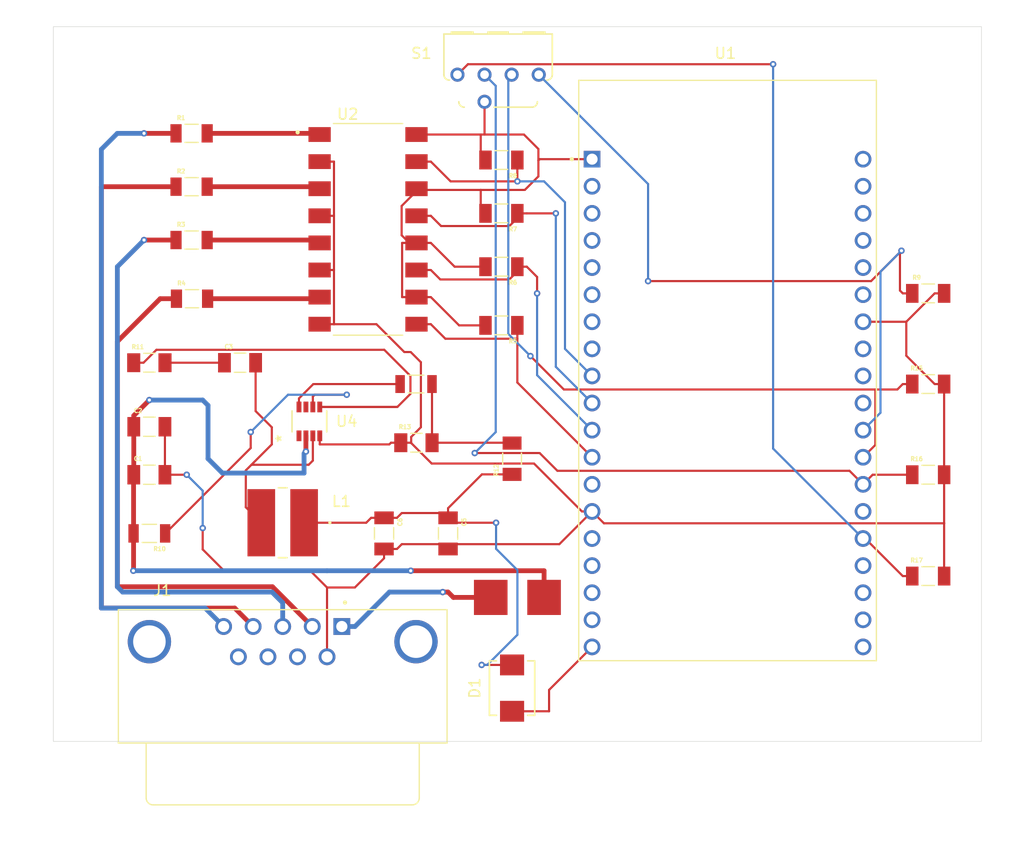
<source format=kicad_pcb>
(kicad_pcb (version 20241229) (generator "pcbnew") (generator_version "9.0")
  (layers (0 "F.Cu" signal) (2 "B.Cu" signal) (13 "F.Paste" user) (15 "B.Paste" user) (5 "F.SilkS" user "F.Silkscreen") (7 "B.SilkS" user "B.Silkscreen") (1 "F.Mask" user) (3 "B.Mask" user) (25 "Edge.Cuts" user))
  (net 0 "")
  (net 1 "+24V")
  (net 2 "GND")
  (net 3 "Net-(U4-SW)")
  (net 4 "Net-(C5-Pad1)")
  (net 5 "+5V")
  (net 11 "Net-(R1-Pad2)")
  (net 12 "Net-(R2-Pad2)")
  (net 13 "Net-(R3-Pad2)")
  (net 14 "Net-(R4-Pad2)")
  (net 15 "+3.3V")
  (net 16 "Net-(U1-IO14)")
  (net 17 "Net-(U1-IO27)")
  (net 18 "Net-(U1-IO26)")
  (net 19 "Net-(U1-IO25)")
  (net 20 "Net-(U1-IO17)")
  (net 21 "Net-(U4-EN)")
  (net 22 "Net-(R12-Pad2)")
  (net 23 "Net-(U4-FB)")
  (net 24 "Net-(U1-IO16)")
  (net 25 "Net-(U1-IO4)")
  (net 26 "Net-(U1-IO2)")
  (net 55 "Net-(C3-Pad1)")
  (footprint "" (layer "F.Cu") (at 113.5748 70.6477 -90)
    (property "Reference" "" (at 0 0 90) (layer "F.SilkS") (effects (font (size 1.27 1.27))))
    (property "Value" "")
    (pad "1" smd rect (at 0.3523 1.5748 180) (size 3.1496 3.2954) (layers "F.Cu" "F.Mask" "F.Paste") (net 1 "+24V"))
  )
  (footprint "CR1206_FX_1002ELF:RESC3216X75N" (layer "F.Cu") (at 108 45.5 180)
    (property "Reference" "R5" (at -1.08 -1.48 0) (layer "F.SilkS") (effects (font (size 0.393701 0.393701))))
    (property "Value" "CR1206-FX-1002ELF")
    (pad "1" smd rect (at -1.494 0 180) (size 1.17 1.77) (layers "F.Cu" "F.Mask" "F.Paste") (net 16 "Net-(U1-IO14)"))
    (pad "2" smd rect (at 1.494 0 180) (size 1.17 1.77) (layers "F.Cu" "F.Mask" "F.Paste") (net 15 "+3.3V"))
  )
  (footprint "RMCF1206FT10R0:RESC3216X70N" (layer "F.Cu") (at 75 49)
    (property "Reference" "R11" (at -1.08 -1.48 0) (layer "F.SilkS") (effects (font (size 0.393701 0.393701))))
    (property "Value" "RMCF1206FT10R0")
    (pad "1" smd rect (at -1.466 0) (size 1.23 1.77) (layers "F.Cu" "F.Mask" "F.Paste") (net 5 "+5V"))
    (pad "2" smd rect (at 1.466 0) (size 1.23 1.77) (layers "F.Cu" "F.Mask" "F.Paste") (net 55 "Net-(C3-Pad1)"))
  )
  (footprint "DRR3016:DRR3010" (layer "F.Cu") (at 107.69 22 180)
    (property "Reference" "S1" (at 7.19 2 0) (layer "F.SilkS") (effects (font (size 1.001157 1.001157))))
    (property "Value" "DRR3016")
    (pad "1" thru_hole circle (at 3.81 0 180) (size 1.3208 1.3208) (drill 0.8128) (layers "*.Cu" "*.Mask") (net 26 "Net-(U1-IO2)"))
    (pad "2" thru_hole circle (at 1.27 0 180) (size 1.3208 1.3208) (drill 0.8128) (layers "*.Cu" "*.Mask") (net 25 "Net-(U1-IO4)"))
    (pad "4" thru_hole circle (at -1.27 0 180) (size 1.3208 1.3208) (drill 0.8128) (layers "*.Cu" "*.Mask") (net 24 "Net-(U1-IO16)"))
    (pad "8" thru_hole circle (at -3.81 0 180) (size 1.3208 1.3208) (drill 0.8128) (layers "*.Cu" "*.Mask") (net 20 "Net-(U1-IO17)"))
    (pad "C" thru_hole circle (at 1.27 -2.54 180) (size 1.3208 1.3208) (drill 0.8128) (layers "*.Cu" "*.Mask") (net 15 "+3.3V"))
  )
  (footprint "" (layer "F.Cu") (at 108.5748 70.6477 -90)
    (property "Reference" "" (at 0 0 90) (layer "F.SilkS") (effects (font (size 1.27 1.27))))
    (property "Value" "")
    (pad "1" smd rect (at 0.3523 1.5748 180) (size 3.1496 3.2954) (layers "F.Cu" "F.Mask" "F.Paste") (net 1 "+24V"))
  )
  (footprint "RMCF1206FT7K50:RESC3216X70N" (layer "F.Cu") (at 100.034 56.5)
    (property "Reference" "R13" (at -1.08 -1.48 0) (layer "F.SilkS") (effects (font (size 0.393701 0.393701))))
    (property "Value" "RMCF1206FT7K50")
    (pad "1" smd rect (at -1.466 0) (size 1.23 1.77) (layers "F.Cu" "F.Mask" "F.Paste") (net 2 "GND"))
    (pad "2" smd rect (at 1.466 0) (size 1.23 1.77) (layers "F.Cu" "F.Mask" "F.Paste") (net 22 "Net-(R12-Pad2)"))
  )
  (footprint "CR1206_FX_1002ELF:RESC3216X75N" (layer "F.Cu") (at 148.006 42.5)
    (property "Reference" "R9" (at -1.08 -1.48 0) (layer "F.SilkS") (effects (font (size 0.393701 0.393701))))
    (property "Value" "CR1206-FX-1002ELF")
    (pad "1" smd rect (at -1.494 0) (size 1.17 1.77) (layers "F.Cu" "F.Mask" "F.Paste") (net 20 "Net-(U1-IO17)"))
    (pad "2" smd rect (at 1.494 0) (size 1.17 1.77) (layers "F.Cu" "F.Mask" "F.Paste") (net 2 "GND"))
  )
  (footprint "CL31B106KAHNNNE:CAPC3216X180N" (layer "F.Cu") (at 75 55)
    (property "Reference" "C2" (at -1.06 -1.5 0) (layer "F.SilkS") (effects (font (size 0.393701 0.393701))))
    (property "Value" "CL31B106KAHNNNE")
    (pad "1" smd rect (at -1.46 0) (size 1.2 1.82) (layers "F.Cu" "F.Mask" "F.Paste") (net 1 "+24V"))
    (pad "2" smd rect (at 1.46 0) (size 1.2 1.82) (layers "F.Cu" "F.Mask" "F.Paste") (net 2 "GND"))
  )
  (footprint "RMCF1206FT40K2:RESC3216X70N" (layer "F.Cu") (at 109 58 90)
    (property "Reference" "R12" (at -1.08 -1.48 90) (layer "F.SilkS") (effects (font (size 0.393701 0.393701))))
    (property "Value" "RMCF1206FT40K2")
    (pad "1" smd rect (at -1.466 0 90) (size 1.23 1.77) (layers "F.Cu" "F.Mask" "F.Paste") (net 4 "Net-(C5-Pad1)"))
    (pad "2" smd rect (at 1.466 0 90) (size 1.23 1.77) (layers "F.Cu" "F.Mask" "F.Paste") (net 22 "Net-(R12-Pad2)"))
  )
  (footprint "CR1206_FX_1002ELF:RESC3216X75N" (layer "F.Cu") (at 148.006 69)
    (property "Reference" "R17" (at -1.08 -1.48 0) (layer "F.SilkS") (effects (font (size 0.393701 0.393701))))
    (property "Value" "CR1206-FX-1002ELF")
    (pad "1" smd rect (at -1.494 0) (size 1.17 1.77) (layers "F.Cu" "F.Mask" "F.Paste") (net 26 "Net-(U1-IO2)"))
    (pad "2" smd rect (at 1.494 0) (size 1.17 1.77) (layers "F.Cu" "F.Mask" "F.Paste") (net 2 "GND"))
  )
  (footprint "CL31B106KAHNNNE:CAPC3216X180N" (layer "F.Cu") (at 83.5 49)
    (property "Reference" "C3" (at -1.06 -1.5 0) (layer "F.SilkS") (effects (font (size 0.393701 0.393701))))
    (property "Value" "CL31B106KAHNNNE")
    (pad "1" smd rect (at -1.46 0) (size 1.2 1.82) (layers "F.Cu" "F.Mask" "F.Paste") (net 55 "Net-(C3-Pad1)"))
    (pad "2" smd rect (at 1.46 0) (size 1.2 1.82) (layers "F.Cu" "F.Mask" "F.Paste") (net 3 "Net-(U4-SW)"))
  )
  (footprint "ul_HPC6045NC-4R7M:IND_HPC6045NC_TTA" (layer "F.Cu") (at 87.5 64 180)
    (property "Reference" "L1" (at -5.5 2 0) (layer "F.SilkS"))
    (property "Value" "HPC6045NC-4R7M")
    (pad "1" smd rect (at -2.0066 0 270) (size 6.2992 2.5908) (layers "F.Cu" "F.Mask" "F.Paste") (net 4 "Net-(C5-Pad1)"))
    (pad "2" smd rect (at 2.0066 0 270) (size 6.2992 2.5908) (layers "F.Cu" "F.Mask" "F.Paste") (net 3 "Net-(U4-SW)"))
  )
  (footprint "CL31A226KAHNNNE:CAPC3216X180N" (layer "F.Cu") (at 75 59.5)
    (property "Reference" "C1" (at -1.06 -1.5 0) (layer "F.SilkS") (effects (font (size 0.393701 0.393701))))
    (property "Value" "CL31A226KAHNNNE")
    (pad "1" smd rect (at -1.46 0) (size 1.2 1.82) (layers "F.Cu" "F.Mask" "F.Paste") (net 1 "+24V"))
    (pad "2" smd rect (at 1.46 0) (size 1.2 1.82) (layers "F.Cu" "F.Mask" "F.Paste") (net 2 "GND"))
  )
  (footprint "CRGCQ1206F2K2:RESC3115X65N" (layer "F.Cu") (at 78.96 32.5)
    (property "Reference" "R2" (at -0.99 -1.45 0) (layer "F.SilkS") (effects (font (size 0.393701 0.393701))))
    (property "Value" "CRGCQ1206F2K2")
    (pad "1" smd rect (at -1.46 0) (size 1.05 1.72) (layers "F.Cu" "F.Mask" "F.Paste") (net 1 "+24V"))
    (pad "2" smd rect (at 1.46 0) (size 1.05 1.72) (layers "F.Cu" "F.Mask" "F.Paste") (net 12 "Net-(R2-Pad2)"))
  )
  (footprint "CR1206_FX_1002ELF:RESC3216X75N" (layer "F.Cu") (at 108 35 180)
    (property "Reference" "R7" (at -1.08 -1.48 0) (layer "F.SilkS") (effects (font (size 0.393701 0.393701))))
    (property "Value" "CR1206-FX-1002ELF")
    (pad "1" smd rect (at -1.494 0 180) (size 1.17 1.77) (layers "F.Cu" "F.Mask" "F.Paste") (net 18 "Net-(U1-IO26)"))
    (pad "2" smd rect (at 1.494 0 180) (size 1.17 1.77) (layers "F.Cu" "F.Mask" "F.Paste") (net 15 "+3.3V"))
  )
  (footprint "A_DF_09_A_KG_T4S:ASSMANN_A-DF_09_A_KG-T4S" (layer "F.Cu") (at 93.04 73.7275)
    (property "Reference" "J1" (at -16.825 -3.385 0) (layer "F.SilkS"))
    (property "Value" "A-DF_09_A_KG-T4S")
    (pad "1" thru_hole rect (at 0 0) (size 1.575 1.575) (drill 1.05) (layers "*.Cu" "*.Mask") (net 1 "+24V"))
    (pad "2" thru_hole circle (at -2.77 0) (size 1.575 1.575) (drill 1.05) (layers "*.Cu" "*.Mask") (net 1 "+24V"))
    (pad "3" thru_hole circle (at -5.54 0) (size 1.575 1.575) (drill 1.05) (layers "*.Cu" "*.Mask") (net 1 "+24V"))
    (pad "4" thru_hole circle (at -8.31 0) (size 1.575 1.575) (drill 1.05) (layers "*.Cu" "*.Mask") (net 1 "+24V"))
    (pad "5" thru_hole circle (at -11.08 0) (size 1.575 1.575) (drill 1.05) (layers "*.Cu" "*.Mask") (net 1 "+24V"))
    (pad "6" thru_hole circle (at -1.385 2.84) (size 1.575 1.575) (drill 1.05) (layers "*.Cu" "*.Mask") (net 2 "GND"))
    (pad "7" thru_hole circle (at -4.155 2.84) (size 1.575 1.575) (drill 1.05) (layers "*.Cu" "*.Mask"))
    (pad "8" thru_hole circle (at -6.925 2.84) (size 1.575 1.575) (drill 1.05) (layers "*.Cu" "*.Mask"))
    (pad "9" thru_hole circle (at -9.695 2.84) (size 1.575 1.575) (drill 1.05) (layers "*.Cu" "*.Mask"))
    (pad "S1" thru_hole circle (at -18.035 1.42) (size 4.066 4.066) (drill 3.05) (layers "*.Cu" "*.Mask"))
    (pad "S2" thru_hole circle (at 6.955 1.42) (size 4.066 4.066) (drill 3.05) (layers "*.Cu" "*.Mask"))
  )
  (footprint "CRGCQ1206F2K2:RESC3115X65N" (layer "F.Cu") (at 78.96 27.5)
    (property "Reference" "R1" (at -0.99 -1.45 0) (layer "F.SilkS") (effects (font (size 0.393701 0.393701) (thickness 0.098425))))
    (property "Value" "CRGCQ1206F2K2")
    (pad "1" smd rect (at -1.46 0) (size 1.05 1.72) (layers "F.Cu" "F.Mask" "F.Paste") (net 1 "+24V"))
    (pad "2" smd rect (at 1.46 0) (size 1.05 1.72) (layers "F.Cu" "F.Mask" "F.Paste") (net 11 "Net-(R1-Pad2)"))
  )
  (footprint "MP2315SGJ_Z:TSOT23-8_MP2315S_MNP" (layer "F.Cu") (at 90 54.5 90)
    (property "Reference" "U4" (at 0 3.5 0) (layer "F.SilkS"))
    (property "Value" "MP2315SGJ-Z")
    (fp_text user "*" (at -1.60655 -2.5752 90) (layer "F.SilkS"))
    (fp_text user "*" (at -1.60655 -2.5752 90) (layer "F.SilkS"))
    (pad "1" smd rect (at -1.35255 -0.974999 90) (size 1.0033 0.4572) (layers "F.Cu" "F.Mask" "F.Paste"))
    (pad "2" smd rect (at -1.35255 -0.325001 90) (size 1.0033 0.4572) (layers "F.Cu" "F.Mask" "F.Paste") (net 1 "+24V"))
    (pad "3" smd rect (at -1.35255 0.325001 90) (size 1.0033 0.4572) (layers "F.Cu" "F.Mask" "F.Paste") (net 3 "Net-(U4-SW)"))
    (pad "4" smd rect (at -1.35255 0.974999 90) (size 1.0033 0.4572) (layers "F.Cu" "F.Mask" "F.Paste") (net 2 "GND"))
    (pad "5" smd rect (at 1.35255 0.974999 90) (size 1.0033 0.4572) (layers "F.Cu" "F.Mask" "F.Paste") (net 5 "+5V"))
    (pad "6" smd rect (at 1.35255 0.325001 90) (size 1.0033 0.4572) (layers "F.Cu" "F.Mask" "F.Paste") (net 21 "Net-(U4-EN)"))
    (pad "7" smd rect (at 1.35255 -0.325001 90) (size 1.0033 0.4572) (layers "F.Cu" "F.Mask" "F.Paste"))
    (pad "8" smd rect (at 1.35255 -0.974999 90) (size 1.0033 0.4572) (layers "F.Cu" "F.Mask" "F.Paste") (net 23 "Net-(U4-FB)"))
  )
  (footprint "CRGCQ1206F2K2:RESC3115X65N" (layer "F.Cu") (at 78.96 37.5)
    (property "Reference" "R3" (at -0.99 -1.45 0) (layer "F.SilkS") (effects (font (size 0.393701 0.393701))))
    (property "Value" "CRGCQ1206F2K2")
    (pad "1" smd rect (at -1.46 0) (size 1.05 1.72) (layers "F.Cu" "F.Mask" "F.Paste") (net 1 "+24V"))
    (pad "2" smd rect (at 1.46 0) (size 1.05 1.72) (layers "F.Cu" "F.Mask" "F.Paste") (net 13 "Net-(R3-Pad2)"))
  )
  (footprint "CL31A226KAHNNNE:CAPC3216X180N" (layer "F.Cu") (at 97 65 -90)
    (property "Reference" "C6" (at -1.06 -1.5 90) (layer "F.SilkS") (effects (font (size 0.393701 0.393701))))
    (property "Value" "CL31A226KAHNNNE")
    (pad "1" smd rect (at -1.46 0 270) (size 1.2 1.82) (layers "F.Cu" "F.Mask" "F.Paste") (net 4 "Net-(C5-Pad1)"))
    (pad "2" smd rect (at 1.46 0 270) (size 1.2 1.82) (layers "F.Cu" "F.Mask" "F.Paste") (net 2 "GND"))
  )
  (footprint "CL31A226KAHNNNE:CAPC3216X180N" (layer "F.Cu") (at 103 65 -90)
    (property "Reference" "C5" (at -1.06 -1.5 90) (layer "F.SilkS") (effects (font (size 0.393701 0.393701))))
    (property "Value" "CL31A226KAHNNNE")
    (pad "1" smd rect (at -1.46 0 270) (size 1.2 1.82) (layers "F.Cu" "F.Mask" "F.Paste") (net 4 "Net-(C5-Pad1)"))
    (pad "2" smd rect (at 1.46 0 270) (size 1.2 1.82) (layers "F.Cu" "F.Mask" "F.Paste") (net 2 "GND"))
  )
  (footprint "RC1206FR_07499KL:RESC3116X65N" (layer "F.Cu") (at 75 65 180)
    (property "Reference" "R10" (at -0.96 -1.45 0) (layer "F.SilkS") (effects (font (size 0.393701 0.393701))))
    (property "Value" "RC1206FR-07499KL")
    (pad "1" smd rect (at -1.48 0 180) (size 0.97 1.73) (layers "F.Cu" "F.Mask" "F.Paste") (net 21 "Net-(U4-EN)"))
    (pad "2" smd rect (at 1.48 0 180) (size 0.97 1.73) (layers "F.Cu" "F.Mask" "F.Paste") (net 1 "+24V"))
  )
  (footprint "ESP32-DEVKITC-32D:MODULE_ESP32-DEVKITC-32D" (layer "F.Cu") (at 129.2 49.68)
    (property "Reference" "U1" (at -0.2 -29.68 0) (layer "F.SilkS") (effects (font (size 1.000386 1.000386))))
    (property "Value" "ESP32-DEVKITC-32D")
    (pad "J2-1" thru_hole rect (at -12.7 -19.76) (size 1.56 1.56) (drill 1.04) (layers "*.Cu" "*.Mask") (net 15 "+3.3V"))
    (pad "J2-2" thru_hole circle (at -12.7 -17.22) (size 1.56 1.56) (drill 1.04) (layers "*.Cu" "*.Mask"))
    (pad "J2-3" thru_hole circle (at -12.7 -14.68) (size 1.56 1.56) (drill 1.04) (layers "*.Cu" "*.Mask"))
    (pad "J2-4" thru_hole circle (at -12.7 -12.14) (size 1.56 1.56) (drill 1.04) (layers "*.Cu" "*.Mask"))
    (pad "J2-5" thru_hole circle (at -12.7 -9.6) (size 1.56 1.56) (drill 1.04) (layers "*.Cu" "*.Mask"))
    (pad "J2-6" thru_hole circle (at -12.7 -7.06) (size 1.56 1.56) (drill 1.04) (layers "*.Cu" "*.Mask"))
    (pad "J2-7" thru_hole circle (at -12.7 -4.52) (size 1.56 1.56) (drill 1.04) (layers "*.Cu" "*.Mask"))
    (pad "J2-8" thru_hole circle (at -12.7 -1.98) (size 1.56 1.56) (drill 1.04) (layers "*.Cu" "*.Mask"))
    (pad "J2-9" thru_hole circle (at -12.7 0.56) (size 1.56 1.56) (drill 1.04) (layers "*.Cu" "*.Mask") (net 19 "Net-(U1-IO25)"))
    (pad "J2-10" thru_hole circle (at -12.7 3.1) (size 1.56 1.56) (drill 1.04) (layers "*.Cu" "*.Mask") (net 18 "Net-(U1-IO26)"))
    (pad "J2-11" thru_hole circle (at -12.7 5.64) (size 1.56 1.56) (drill 1.04) (layers "*.Cu" "*.Mask") (net 17 "Net-(U1-IO27)"))
    (pad "J2-12" thru_hole circle (at -12.7 8.18) (size 1.56 1.56) (drill 1.04) (layers "*.Cu" "*.Mask") (net 16 "Net-(U1-IO14)"))
    (pad "J2-13" thru_hole circle (at -12.7 10.72) (size 1.56 1.56) (drill 1.04) (layers "*.Cu" "*.Mask"))
    (pad "J2-14" thru_hole circle (at -12.7 13.26) (size 1.56 1.56) (drill 1.04) (layers "*.Cu" "*.Mask") (net 2 "GND"))
    (pad "J2-15" thru_hole circle (at -12.7 15.8) (size 1.56 1.56) (drill 1.04) (layers "*.Cu" "*.Mask"))
    (pad "J2-16" thru_hole circle (at -12.7 18.34) (size 1.56 1.56) (drill 1.04) (layers "*.Cu" "*.Mask"))
    (pad "J2-17" thru_hole circle (at -12.7 20.88) (size 1.56 1.56) (drill 1.04) (layers "*.Cu" "*.Mask"))
    (pad "J2-18" thru_hole circle (at -12.7 23.42) (size 1.56 1.56) (drill 1.04) (layers "*.Cu" "*.Mask"))
    (pad "J2-19" thru_hole circle (at -12.7 25.96) (size 1.56 1.56) (drill 1.04) (layers "*.Cu" "*.Mask") (net 5 "+5V"))
    (pad "J3-1" thru_hole circle (at 12.7 -19.76) (size 1.56 1.56) (drill 1.04) (layers "*.Cu" "*.Mask"))
    (pad "J3-2" thru_hole circle (at 12.7 -17.22) (size 1.56 1.56) (drill 1.04) (layers "*.Cu" "*.Mask"))
    (pad "J3-3" thru_hole circle (at 12.7 -14.68) (size 1.56 1.56) (drill 1.04) (layers "*.Cu" "*.Mask"))
    (pad "J3-4" thru_hole circle (at 12.7 -12.14) (size 1.56 1.56) (drill 1.04) (layers "*.Cu" "*.Mask"))
    (pad "J3-5" thru_hole circle (at 12.7 -9.6) (size 1.56 1.56) (drill 1.04) (layers "*.Cu" "*.Mask"))
    (pad "J3-6" thru_hole circle (at 12.7 -7.06) (size 1.56 1.56) (drill 1.04) (layers "*.Cu" "*.Mask"))
    (pad "J3-7" thru_hole circle (at 12.7 -4.52) (size 1.56 1.56) (drill 1.04) (layers "*.Cu" "*.Mask") (net 2 "GND"))
    (pad "J3-8" thru_hole circle (at 12.7 -1.98) (size 1.56 1.56) (drill 1.04) (layers "*.Cu" "*.Mask"))
    (pad "J3-9" thru_hole circle (at 12.7 0.56) (size 1.56 1.56) (drill 1.04) (layers "*.Cu" "*.Mask"))
    (pad "J3-10" thru_hole circle (at 12.7 3.1) (size 1.56 1.56) (drill 1.04) (layers "*.Cu" "*.Mask"))
    (pad "J3-11" thru_hole circle (at 12.7 5.64) (size 1.56 1.56) (drill 1.04) (layers "*.Cu" "*.Mask") (net 20 "Net-(U1-IO17)"))
    (pad "J3-12" thru_hole circle (at 12.7 8.18) (size 1.56 1.56) (drill 1.04) (layers "*.Cu" "*.Mask") (net 24 "Net-(U1-IO16)"))
    (pad "J3-13" thru_hole circle (at 12.7 10.72) (size 1.56 1.56) (drill 1.04) (layers "*.Cu" "*.Mask") (net 25 "Net-(U1-IO4)"))
    (pad "J3-14" thru_hole circle (at 12.7 13.26) (size 1.56 1.56) (drill 1.04) (layers "*.Cu" "*.Mask"))
    (pad "J3-15" thru_hole circle (at 12.7 15.8) (size 1.56 1.56) (drill 1.04) (layers "*.Cu" "*.Mask") (net 26 "Net-(U1-IO2)"))
    (pad "J3-16" thru_hole circle (at 12.7 18.34) (size 1.56 1.56) (drill 1.04) (layers "*.Cu" "*.Mask"))
    (pad "J3-17" thru_hole circle (at 12.7 20.88) (size 1.56 1.56) (drill 1.04) (layers "*.Cu" "*.Mask"))
    (pad "J3-18" thru_hole circle (at 12.7 23.42) (size 1.56 1.56) (drill 1.04) (layers "*.Cu" "*.Mask"))
    (pad "J3-19" thru_hole circle (at 12.7 25.96) (size 1.56 1.56) (drill 1.04) (layers "*.Cu" "*.Mask"))
  )
  (footprint "CR1206_FX_1002ELF:RESC3216X75N" (layer "F.Cu") (at 148.006 59.5)
    (property "Reference" "R16" (at -1.08 -1.48 0) (layer "F.SilkS") (effects (font (size 0.393701 0.393701))))
    (property "Value" "CR1206-FX-1002ELF")
    (pad "1" smd rect (at -1.494 0) (size 1.17 1.77) (layers "F.Cu" "F.Mask" "F.Paste") (net 25 "Net-(U1-IO4)"))
    (pad "2" smd rect (at 1.494 0) (size 1.17 1.77) (layers "F.Cu" "F.Mask" "F.Paste") (net 2 "GND"))
  )
  (footprint "CR1206_FX_1002ELF:RESC3216X75N" (layer "F.Cu") (at 108 40 180)
    (property "Reference" "R6" (at -1.08 -1.48 0) (layer "F.SilkS") (effects (font (size 0.393701 0.393701))))
    (property "Value" "CR1206-FX-1002ELF")
    (pad "1" smd rect (at -1.494 0 180) (size 1.17 1.77) (layers "F.Cu" "F.Mask" "F.Paste") (net 17 "Net-(U1-IO27)"))
    (pad "2" smd rect (at 1.494 0 180) (size 1.17 1.77) (layers "F.Cu" "F.Mask" "F.Paste") (net 15 "+3.3V"))
  )
  (footprint "CRGCQ1206F2K2:RESC3115X65N" (layer "F.Cu") (at 79 43)
    (property "Reference" "R4" (at -0.99 -1.45 0) (layer "F.SilkS") (effects (font (size 0.393701 0.393701))))
    (property "Value" "CRGCQ1206F2K2")
    (pad "1" smd rect (at -1.46 0) (size 1.05 1.72) (layers "F.Cu" "F.Mask" "F.Paste") (net 1 "+24V"))
    (pad "2" smd rect (at 1.46 0) (size 1.05 1.72) (layers "F.Cu" "F.Mask" "F.Paste") (net 14 "Net-(R4-Pad2)"))
  )
  (footprint "LTV_846S:SOIC254P1016X460-16N" (layer "F.Cu") (at 95.5 36.5)
    (property "Reference" "U2" (at -1.905 -10.795 0) (layer "F.SilkS"))
    (property "Value" "LTV-846S")
    (pad "1" smd rect (at -4.54 -8.89) (size 2.09 1.39) (layers "F.Cu" "F.Mask" "F.Paste") (net 11 "Net-(R1-Pad2)"))
    (pad "2" smd rect (at -4.54 -6.35) (size 2.09 1.39) (layers "F.Cu" "F.Mask" "F.Paste") (net 2 "GND"))
    (pad "3" smd rect (at -4.54 -3.81) (size 2.09 1.39) (layers "F.Cu" "F.Mask" "F.Paste") (net 12 "Net-(R2-Pad2)"))
    (pad "4" smd rect (at -4.54 -1.27) (size 2.09 1.39) (layers "F.Cu" "F.Mask" "F.Paste") (net 2 "GND"))
    (pad "5" smd rect (at -4.54 1.27) (size 2.09 1.39) (layers "F.Cu" "F.Mask" "F.Paste") (net 13 "Net-(R3-Pad2)"))
    (pad "6" smd rect (at -4.54 3.81) (size 2.09 1.39) (layers "F.Cu" "F.Mask" "F.Paste") (net 2 "GND"))
    (pad "7" smd rect (at -4.54 6.35) (size 2.09 1.39) (layers "F.Cu" "F.Mask" "F.Paste") (net 14 "Net-(R4-Pad2)"))
    (pad "8" smd rect (at -4.54 8.89) (size 2.09 1.39) (layers "F.Cu" "F.Mask" "F.Paste") (net 2 "GND"))
    (pad "9" smd rect (at 4.54 8.89) (size 2.09 1.39) (layers "F.Cu" "F.Mask" "F.Paste") (net 16 "Net-(U1-IO14)"))
    (pad "10" smd rect (at 4.54 6.35) (size 2.09 1.39) (layers "F.Cu" "F.Mask" "F.Paste") (net 15 "+3.3V"))
    (pad "11" smd rect (at 4.54 3.81) (size 2.09 1.39) (layers "F.Cu" "F.Mask" "F.Paste") (net 17 "Net-(U1-IO27)"))
    (pad "12" smd rect (at 4.54 1.27) (size 2.09 1.39) (layers "F.Cu" "F.Mask" "F.Paste") (net 15 "+3.3V"))
    (pad "13" smd rect (at 4.54 -1.27) (size 2.09 1.39) (layers "F.Cu" "F.Mask" "F.Paste") (net 18 "Net-(U1-IO26)"))
    (pad "14" smd rect (at 4.54 -3.81) (size 2.09 1.39) (layers "F.Cu" "F.Mask" "F.Paste") (net 15 "+3.3V"))
    (pad "15" smd rect (at 4.54 -6.35) (size 2.09 1.39) (layers "F.Cu" "F.Mask" "F.Paste") (net 19 "Net-(U1-IO25)"))
    (pad "16" smd rect (at 4.54 -8.89) (size 2.09 1.39) (layers "F.Cu" "F.Mask" "F.Paste") (net 15 "+3.3V"))
  )
  (footprint "CR1206_FX_1002ELF:RESC3216X75N" (layer "F.Cu") (at 148.006 51)
    (property "Reference" "R15" (at -1.08 -1.48 0) (layer "F.SilkS") (effects (font (size 0.393701 0.393701))))
    (property "Value" "CR1206-FX-1002ELF")
    (pad "1" smd rect (at -1.494 0) (size 1.17 1.77) (layers "F.Cu" "F.Mask" "F.Paste") (net 24 "Net-(U1-IO16)"))
    (pad "2" smd rect (at 1.494 0) (size 1.17 1.77) (layers "F.Cu" "F.Mask" "F.Paste") (net 2 "GND"))
  )
  (footprint "SS34B_HF:DO214AASMB_CIP" (layer "F.Cu") (at 109 79.5 90)
    (property "Reference" "D1" (at 0 -3.5 90) (layer "F.SilkS"))
    (property "Value" "SS34B-HF")
    (pad "1" smd rect (at -2.1717 0 90) (size 1.9558 2.2606) (layers "F.Cu" "F.Mask" "F.Paste") (net 5 "+5V"))
    (pad "2" smd rect (at 2.1717 0 90) (size 1.9558 2.2606) (layers "F.Cu" "F.Mask" "F.Paste") (net 4 "Net-(C5-Pad1)"))
  )
  (footprint "CRCW120620K0FKEAC:RESC3015X65N" (layer "F.Cu") (at 100 51 180)
    (property "Reference" "R14" (hide yes))
    (property "Value" "CRCW120620K0FKEAC")
    (pad "1" smd rect (at -1.495 0 180) (size 0.89 1.68) (layers "F.Cu" "F.Mask" "F.Paste") (net 22 "Net-(R12-Pad2)"))
    (pad "2" smd rect (at 1.495 0 180) (size 0.89 1.68) (layers "F.Cu" "F.Mask" "F.Paste") (net 23 "Net-(U4-FB)"))
  )
  (footprint "CR1206_FX_1002ELF:RESC3216X75N" (layer "F.Cu") (at 108 30 180)
    (property "Reference" "R8" (at -1.08 -1.48 0) (layer "F.SilkS") (effects (font (size 0.393701 0.393701))))
    (property "Value" "CR1206-FX-1002ELF")
    (pad "1" smd rect (at -1.494 0 180) (size 1.17 1.77) (layers "F.Cu" "F.Mask" "F.Paste") (net 19 "Net-(U1-IO25)"))
    (pad "2" smd rect (at 1.494 0 180) (size 1.17 1.77) (layers "F.Cu" "F.Mask" "F.Paste") (net 15 "+3.3V"))
  )
  (gr_rect (start 66 17.5) (end 153 84.5) (stroke (width 0.05)) (fill no) (layer "Edge.Cuts"))
  (segment (start 70.5 72) (end 70.5 32.5) (width 0.45) (layer "F.Cu") (net 1))
  (segment (start 74.5 37.5) (end 77.5 37.5) (width 0.45) (layer "F.Cu") (net 1))
  (segment (start 103.5 71) (end 107 71) (width 0.45) (layer "F.Cu") (net 1))
  (segment (start 74.5 27.5) (end 77.5 27.5) (width 0.45) (layer "F.Cu") (net 1))
  (segment (start 84.73 73.7275) (end 83.0025 72) (width 0.45) (layer "F.Cu") (net 1))
  (segment (start 70.5 32.5) (end 77.5 32.5) (width 0.45) (layer "F.Cu") (net 1))
  (segment (start 76.015 43) (end 77.54 43) (width 0.45) (layer "F.Cu") (net 1))
  (segment (start 89.674999 55.852501) (end 89.675 55.8525) (width 0.2) (layer "F.Cu") (net 1))
  (segment (start 103 70.5) (end 103.5 71) (width 0.45) (layer "F.Cu") (net 1))
  (segment (start 73.52 59.52) (end 73.54 59.5) (width 0.2) (layer "F.Cu") (net 1))
  (segment (start 99.5 68.5) (end 112 68.5) (width 0.45) (layer "F.Cu") (net 1))
  (segment (start 102.5 70.5) (end 103 70.5) (width 0.45) (layer "F.Cu") (net 1))
  (segment (start 73.52 65) (end 73.52 59.52) (width 0.45) (layer "F.Cu") (net 1))
  (segment (start 89.674999 55.85255) (end 89.674999 55.852501) (width 0.2) (layer "F.Cu") (net 1))
  (segment (start 112 68.5) (end 112 71) (width 0.45) (layer "F.Cu") (net 1))
  (segment (start 72 70) (end 72 47.015) (width 0.45) (layer "F.Cu") (net 1))
  (segment (start 73.54 53.96) (end 75 52.5) (width 0.45) (layer "F.Cu") (net 1))
  (segment (start 72 47.015) (end 76.015 43) (width 0.45) (layer "F.Cu") (net 1))
  (segment (start 83.0025 72) (end 70.5 72) (width 0.45) (layer "F.Cu") (net 1))
  (segment (start 81.96 73.7275) (end 81.96 73.5183) (width 0.2) (layer "F.Cu") (net 1))
  (segment (start 73.5 68.5) (end 73.52 68.48) (width 0.2) (layer "F.Cu") (net 1))
  (segment (start 89.675 55.8525) (end 89.675 57.325) (width 0.45) (layer "F.Cu") (net 1))
  (segment (start 73.52 68.48) (end 73.52 65) (width 0.45) (layer "F.Cu") (net 1))
  (segment (start 73.54 59.5) (end 73.54 55) (width 0.45) (layer "F.Cu") (net 1))
  (segment (start 73.54 55) (end 73.54 53.96) (width 0.45) (layer "F.Cu") (net 1))
  (segment (start 86.5425 70) (end 72 70) (width 0.45) (layer "F.Cu") (net 1))
  (segment (start 90.27 73.7275) (end 86.5425 70) (width 0.45) (layer "F.Cu") (net 1))
  (via (at 89.675 57.325) (size 0.6) (drill 0.3) (layers "F.Cu" "B.Cu") (net 1))
  (via (at 102.5 70.5) (size 0.6) (drill 0.3) (layers "F.Cu" "B.Cu") (net 1))
  (via (at 74.5 37.5) (size 0.6) (drill 0.3) (layers "F.Cu" "B.Cu") (net 1))
  (via (at 75 52.5) (size 0.6) (drill 0.3) (layers "F.Cu" "B.Cu") (net 1))
  (via (at 74.5 27.5) (size 0.6) (drill 0.3) (layers "F.Cu" "B.Cu") (net 1))
  (via (at 99.5 68.5) (size 0.6) (drill 0.3) (layers "F.Cu" "B.Cu") (net 1))
  (via (at 73.5 68.5) (size 0.6) (drill 0.3) (layers "F.Cu" "B.Cu") (net 1))
  (segment (start 70.5 72) (end 80.2325 72) (width 0.45) (layer "B.Cu") (net 1))
  (segment (start 80.5 53) (end 80 52.5) (width 0.45) (layer "B.Cu") (net 1))
  (segment (start 72 27.5) (end 74.5 27.5) (width 0.45) (layer "B.Cu") (net 1))
  (segment (start 89.5 57.5) (end 89.5 59.345) (width 0.45) (layer "B.Cu") (net 1))
  (segment (start 80.2325 72) (end 81.96 73.7275) (width 0.45) (layer "B.Cu") (net 1))
  (segment (start 91.655 68.5) (end 99.5 68.5) (width 0.45) (layer "B.Cu") (net 1))
  (segment (start 72.5 70.5) (end 86.5 70.5) (width 0.45) (layer "B.Cu") (net 1))
  (segment (start 72 70) (end 72.5 70.5) (width 0.45) (layer "B.Cu") (net 1))
  (segment (start 70.5 29) (end 70.5 72) (width 0.45) (layer "B.Cu") (net 1))
  (segment (start 80.5 58) (end 80.5 53) (width 0.45) (layer "B.Cu") (net 1))
  (segment (start 72 70) (end 72 40) (width 0.45) (layer "B.Cu") (net 1))
  (segment (start 72 40) (end 74.5 37.5) (width 0.45) (layer "B.Cu") (net 1))
  (segment (start 87.5 71.5) (end 87.5 73.7275) (width 0.45) (layer "B.Cu") (net 1))
  (segment (start 91.655 68.5) (end 73.5 68.5) (width 0.45) (layer "B.Cu") (net 1))
  (segment (start 80 52.5) (end 75 52.5) (width 0.45) (layer "B.Cu") (net 1))
  (segment (start 89.5 59.345) (end 81.845 59.345) (width 0.45) (layer "B.Cu") (net 1))
  (segment (start 86.5 70.5) (end 87.5 71.5) (width 0.45) (layer "B.Cu") (net 1))
  (segment (start 81.845 59.345) (end 80.5 58) (width 0.45) (layer "B.Cu") (net 1))
  (segment (start 94.2725 73.7275) (end 97.5 70.5) (width 0.45) (layer "B.Cu") (net 1))
  (segment (start 93.04 73.7275) (end 94.2725 73.7275) (width 0.45) (layer "B.Cu") (net 1))
  (segment (start 70.5 29) (end 72 27.5) (width 0.45) (layer "B.Cu") (net 1))
  (segment (start 97.5 70.5) (end 102.5 70.5) (width 0.45) (layer "B.Cu") (net 1))
  (segment (start 92.2059 40.31) (end 92.3052 40.31) (width 0.2) (layer "F.Cu") (net 2))
  (segment (start 115.5462 62.94) (end 116.5 62.94) (width 0.2) (layer "F.Cu") (net 2))
  (segment (start 99.544 56.5283) (end 99.544 55.956) (width 0.2) (layer "F.Cu") (net 2))
  (segment (start 145.9533 48.34) (end 145.9533 45.16) (width 0.2) (layer "F.Cu") (net 2))
  (segment (start 149.5 42.5) (end 148.6133 42.5) (width 0.2) (layer "F.Cu") (net 2))
  (segment (start 92.3067 30.15) (end 92.3067 35.23) (width 0.2) (layer "F.Cu") (net 2))
  (segment (start 100.453 55.047) (end 100.453 48.953) (width 0.2) (layer "F.Cu") (net 2))
  (segment (start 141.9 45.16) (end 145.9533 45.16) (width 0.2) (layer "F.Cu") (net 2))
  (segment (start 97.4955 56.6558) (end 90.975 56.6558) (width 0.2) (layer "F.Cu") (net 2))
  (segment (start 99.544 55.956) (end 100.453 55.047) (width 0.2) (layer "F.Cu") (net 2))
  (segment (start 97 67.331) (end 94.2595 70.0715) (width 0.2) (layer "F.Cu") (net 2))
  (segment (start 99.5 48) (end 98.896383 48) (width 0.2) (layer "F.Cu") (net 2))
  (segment (start 92.3067 35.23) (end 92.3067 40.31) (width 0.2) (layer "F.Cu") (net 2))
  (segment (start 98.6626 66.0091) (end 103 66.0091) (width 0.2) (layer "F.Cu") (net 2))
  (segment (start 82 68.5) (end 80 66.5) (width 0.2) (layer "F.Cu") (net 2))
  (segment (start 98.896383 48) (end 96.286383 45.39) (width 0.2) (layer "F.Cu") (net 2))
  (segment (start 149.5 69) (end 149.5 64.0512) (width 0.2) (layer "F.Cu") (net 2))
  (segment (start 90.96 45.39) (end 92.3067 45.39) (width 0.2) (layer "F.Cu") (net 2))
  (segment (start 99.544 56.5283) (end 101.4671 58.4514) (width 0.2) (layer "F.Cu") (net 2))
  (segment (start 149.5 64.0512) (end 149.5 59.5) (width 0.2) (layer "F.Cu") (net 2))
  (segment (start 91.655 70.0715) (end 90.0835 68.5) (width 0.2) (layer "F.Cu") (net 2))
  (segment (start 149.5 64.0512) (end 117.6112 64.0512) (width 0.2) (layer "F.Cu") (net 2))
  (segment (start 149.5 51) (end 148.6133 51) (width 0.2) (layer "F.Cu") (net 2))
  (segment (start 76.46 59.5) (end 78.5 59.5) (width 0.2) (layer "F.Cu") (net 2))
  (segment (start 98.568 56.5) (end 97.6513 56.5) (width 0.2) (layer "F.Cu") (net 2))
  (segment (start 96.286383 45.39) (end 92.3067 45.39) (width 0.2) (layer "F.Cu") (net 2))
  (segment (start 90.96 40.31) (end 92.2059 40.31) (width 0.2) (layer "F.Cu") (net 2))
  (segment (start 91.655 76.5675) (end 91.655 70.0715) (width 0.2) (layer "F.Cu") (net 2))
  (segment (start 92.3052 40.31) (end 92.3067 40.3115) (width 0.2) (layer "F.Cu") (net 2))
  (segment (start 145.9533 45.16) (end 148.6133 42.5) (width 0.2) (layer "F.Cu") (net 2))
  (segment (start 101.4671 58.4514) (end 111.0576 58.4514) (width 0.2) (layer "F.Cu") (net 2))
  (segment (start 92.3067 40.3115) (end 92.3067 45.39) (width 0.2) (layer "F.Cu") (net 2))
  (segment (start 90.96 35.23) (end 92.3067 35.23) (width 0.2) (layer "F.Cu") (net 2))
  (segment (start 90.975 55.8525) (end 90.975 56.6558) (width 0.2) (layer "F.Cu") (net 2))
  (segment (start 99.5157 56.5) (end 99.544 56.5283) (width 0.2) (layer "F.Cu") (net 2))
  (segment (start 98.7972 56.5) (end 99.5157 56.5) (width 0.2) (layer "F.Cu") (net 2))
  (segment (start 103 66.46) (end 103 66.0091) (width 0.2) (layer "F.Cu") (net 2))
  (segment (start 90.0835 68.5) (end 82 68.5) (width 0.2) (layer "F.Cu") (net 2))
  (segment (start 148.6133 51) (end 145.9533 48.34) (width 0.2) (layer "F.Cu") (net 2))
  (segment (start 100.453 48.953) (end 99.5 48) (width 0.2) (layer "F.Cu") (net 2))
  (segment (start 80 66.5) (end 80 64.5) (width 0.2) (layer "F.Cu") (net 2))
  (segment (start 111.0576 58.4514) (end 115.5462 62.94) (width 0.2) (layer "F.Cu") (net 2))
  (segment (start 113.4309 66.0091) (end 116.5 62.94) (width 0.2) (layer "F.Cu") (net 2))
  (segment (start 103 66.0091) (end 113.4309 66.0091) (width 0.2) (layer "F.Cu") (net 2))
  (segment (start 97.6513 56.5) (end 97.4955 56.6558) (width 0.2) (layer "F.Cu") (net 2))
  (segment (start 149.5 59.5) (end 149.5 51) (width 0.2) (layer "F.Cu") (net 2))
  (segment (start 97 66.46) (end 97 67.331) (width 0.2) (layer "F.Cu") (net 2))
  (segment (start 94.2595 70.0715) (end 91.655 70.0715) (width 0.2) (layer "F.Cu") (net 2))
  (segment (start 97 66.46) (end 98.2117 66.46) (width 0.2) (layer "F.Cu") (net 2))
  (segment (start 76.46 59.5) (end 76.46 55) (width 0.2) (layer "F.Cu") (net 2))
  (segment (start 117.6112 64.0512) (end 116.5 62.94) (width 0.2) (layer "F.Cu") (net 2))
  (segment (start 98.568 56.5) (end 98.7972 56.5) (width 0.2) (layer "F.Cu") (net 2))
  (segment (start 92.3052 40.31) (end 92.3067 40.31) (width 0.2) (layer "F.Cu") (net 2))
  (segment (start 90.96 30.15) (end 92.3067 30.15) (width 0.2) (layer "F.Cu") (net 2))
  (segment (start 98.2117 66.46) (end 98.6626 66.0091) (width 0.2) (layer "F.Cu") (net 2))
  (via (at 80 64.5) (size 0.6) (drill 0.3) (layers "F.Cu" "B.Cu") (net 2))
  (via (at 78.5 59.5) (size 0.6) (drill 0.3) (layers "F.Cu" "B.Cu") (net 2))
  (segment (start 80 61) (end 78.5 59.5) (width 0.2) (layer "B.Cu") (net 2))
  (segment (start 80 64.5) (end 80 61) (width 0.2) (layer "B.Cu") (net 2))
  (segment (start 90.325001 58.174999) (end 90.325001 55.85255) (width 0.2) (layer "F.Cu") (net 3))
  (segment (start 84.96 49) (end 84.96 53.5337) (width 0.2) (layer "F.Cu") (net 3))
  (segment (start 84.0416 62.5482) (end 85.4934 64) (width 0.2) (layer "F.Cu") (net 3))
  (segment (start 86.478147 55.051847) (end 86.478147 56.6558) (width 0.2) (layer "F.Cu") (net 3))
  (segment (start 84.566973 58.566973) (end 89.933027 58.566973) (width 0.2) (layer "F.Cu") (net 3))
  (segment (start 84.0416 59.092347) (end 84.0416 62.5482) (width 0.2) (layer "F.Cu") (net 3))
  (segment (start 89.933027 58.566973) (end 90.325001 58.174999) (width 0.2) (layer "F.Cu") (net 3))
  (segment (start 86.478147 56.6558) (end 84.0416 59.092347) (width 0.2) (layer "F.Cu") (net 3))
  (segment (start 84.96 53.5337) (end 86.478147 55.051847) (width 0.2) (layer "F.Cu") (net 3))
  (segment (start 109 77.3283) (end 106.1484 77.3283) (width 0.2) (layer "F.Cu") (net 4))
  (segment (start 103 63.0891) (end 98.6626 63.0891) (width 0.2) (layer "F.Cu") (net 4))
  (segment (start 98.6626 63.0891) (end 98.2117 63.54) (width 0.2) (layer "F.Cu") (net 4))
  (segment (start 107.5 64) (end 103.46 64) (width 0.2) (layer "F.Cu") (net 4))
  (segment (start 103 63.0891) (end 103 62.6383) (width 0.2) (layer "F.Cu") (net 4))
  (segment (start 95.3283 64) (end 95.7883 63.54) (width 0.2) (layer "F.Cu") (net 4))
  (segment (start 97 63.54) (end 98.2117 63.54) (width 0.2) (layer "F.Cu") (net 4))
  (segment (start 106.1723 59.466) (end 103 62.6383) (width 0.2) (layer "F.Cu") (net 4))
  (segment (start 103.46 64) (end 103 63.54) (width 0.2) (layer "F.Cu") (net 4))
  (segment (start 109 59.466) (end 106.1723 59.466) (width 0.2) (layer "F.Cu") (net 4))
  (segment (start 89.5066 64) (end 95.3283 64) (width 0.2) (layer "F.Cu") (net 4))
  (segment (start 97 63.54) (end 95.7883 63.54) (width 0.2) (layer "F.Cu") (net 4))
  (segment (start 103 63.54) (end 103 63.0891) (width 0.2) (layer "F.Cu") (net 4))
  (via (at 106.1484 77.3283) (size 0.6) (drill 0.3) (layers "F.Cu" "B.Cu") (net 4))
  (via (at 107.5 64) (size 0.6) (drill 0.3) (layers "F.Cu" "B.Cu") (net 4))
  (segment (start 107.5 64) (end 107.5 66.4438) (width 0.2) (layer "B.Cu") (net 4))
  (segment (start 106.6717 77.3283) (end 106.1484 77.3283) (width 0.2) (layer "B.Cu") (net 4))
  (segment (start 107.5 66.4438) (end 109.5 68.4438) (width 0.2) (layer "B.Cu") (net 4))
  (segment (start 109.5 68.4438) (end 109.5 74.5) (width 0.2) (layer "B.Cu") (net 4))
  (segment (start 109.5 74.5) (end 106.6717 77.3283) (width 0.2) (layer "B.Cu") (net 4))
  (segment (start 98.24455 53.14745) (end 98.2446 53.1474) (width 0.2) (layer "F.Cu") (net 5))
  (segment (start 90.974999 53.14745) (end 98.24455 53.14745) (width 0.2) (layer "F.Cu") (net 5))
  (segment (start 75.6624 47.7883) (end 74.4507 49) (width 0.2) (layer "F.Cu") (net 5))
  (segment (start 99.4729 50.2427) (end 97.0185 47.7883) (width 0.2) (layer "F.Cu") (net 5))
  (segment (start 112.4683 79.6717) (end 116.5 75.64) (width 0.2) (layer "F.Cu") (net 5))
  (segment (start 99.4729 51.9191) (end 98.2446 53.1474) (width 0.2) (layer "F.Cu") (net 5))
  (segment (start 112.4683 81.6717) (end 112.4683 79.6717) (width 0.2) (layer "F.Cu") (net 5))
  (segment (start 97.0185 47.7883) (end 75.6624 47.7883) (width 0.2) (layer "F.Cu") (net 5))
  (segment (start 90.975 53.1474) (end 98.2446 53.1474) (width 0.2) (layer "F.Cu") (net 5))
  (segment (start 109 81.6717) (end 112.4683 81.6717) (width 0.2) (layer "F.Cu") (net 5))
  (segment (start 74.4507 49) (end 73.534 49) (width 0.2) (layer "F.Cu") (net 5))
  (segment (start 99.4729 51.9191) (end 99.4729 50.2427) (width 0.2) (layer "F.Cu") (net 5))
  (segment (start 80.42 27.5) (end 90.85 27.5) (width 0.45) (layer "F.Cu") (net 11))
  (segment (start 90.85 27.5) (end 90.96 27.61) (width 0.45) (layer "F.Cu") (net 11))
  (segment (start 80.42 32.5) (end 90.77 32.5) (width 0.45) (layer "F.Cu") (net 12))
  (segment (start 90.77 32.5) (end 90.96 32.69) (width 0.45) (layer "F.Cu") (net 12))
  (segment (start 90.69 37.5) (end 90.96 37.77) (width 0.45) (layer "F.Cu") (net 13))
  (segment (start 80.42 37.5) (end 90.69 37.5) (width 0.45) (layer "F.Cu") (net 13))
  (segment (start 80.46 43) (end 90.81 43) (width 0.45) (layer "F.Cu") (net 14))
  (segment (start 90.81 43) (end 90.96 42.85) (width 0.45) (layer "F.Cu") (net 14))
  (segment (start 100.04 27.61) (end 100.7134 27.61) (width 0.2) (layer "F.Cu") (net 15))
  (segment (start 106.506 40) (end 106.0627 40) (width 0.2) (layer "F.Cu") (net 15))
  (segment (start 106.42 27.61) (end 110.11 27.61) (width 0.2) (layer "F.Cu") (net 15))
  (segment (start 110.11 27.61) (end 111.4675 28.9675) (width 0.2) (layer "F.Cu") (net 15))
  (segment (start 100.6125 42.85) (end 101.3867 42.85) (width 0.2) (layer "F.Cu") (net 15))
  (segment (start 111.5924 29.92) (end 111.4675 30.0449) (width 0.2) (layer "F.Cu") (net 15))
  (segment (start 100.04 37.77) (end 99.3667 37.77) (width 0.2) (layer "F.Cu") (net 15))
  (segment (start 99.3667 37.77) (end 98.6933 37.77) (width 0.2) (layer "F.Cu") (net 15))
  (segment (start 103.6167 40) (end 101.3867 37.77) (width 0.2) (layer "F.Cu") (net 15))
  (segment (start 106.506 35) (end 106.0627 35) (width 0.2) (layer "F.Cu") (net 15))
  (segment (start 106.0627 40) (end 103.6167 40) (width 0.2) (layer "F.Cu") (net 15))
  (segment (start 106.0627 27.61) (end 106.42 27.61) (width 0.2) (layer "F.Cu") (net 15))
  (segment (start 98.6488 37.0521) (end 98.6488 34.3074) (width 0.2) (layer "F.Cu") (net 15))
  (segment (start 106.0627 32.8031) (end 100.1531 32.8031) (width 0.2) (layer "F.Cu") (net 15))
  (segment (start 115.9592 29.92) (end 111.5924 29.92) (width 0.2) (layer "F.Cu") (net 15))
  (segment (start 99.3667 37.77) (end 98.6488 37.0521) (width 0.2) (layer "F.Cu") (net 15))
  (segment (start 106.42 24.54) (end 106.42 27.61) (width 0.2) (layer "F.Cu") (net 15))
  (segment (start 104.0367 45.5) (end 101.3867 42.85) (width 0.2) (layer "F.Cu") (net 15))
  (segment (start 98.6933 42.85) (end 98.6933 37.77) (width 0.2) (layer "F.Cu") (net 15))
  (segment (start 106.506 45.5) (end 104.0367 45.5) (width 0.2) (layer "F.Cu") (net 15))
  (segment (start 100.7134 27.61) (end 106.0627 27.61) (width 0.2) (layer "F.Cu") (net 15))
  (segment (start 111.4675 31.5325) (end 110.1969 32.8031) (width 0.2) (layer "F.Cu") (net 15))
  (segment (start 100.04 37.77) (end 101.3867 37.77) (width 0.2) (layer "F.Cu") (net 15))
  (segment (start 106.0627 35) (end 106.0627 32.8031) (width 0.2) (layer "F.Cu") (net 15))
  (segment (start 98.6488 34.3074) (end 100.1531 32.8031) (width 0.2) (layer "F.Cu") (net 15))
  (segment (start 100.04 42.85) (end 98.6933 42.85) (width 0.2) (layer "F.Cu") (net 15))
  (segment (start 111.4675 28.9675) (end 111.4675 30.0449) (width 0.2) (layer "F.Cu") (net 15))
  (segment (start 100.6125 42.85) (end 100.04 42.85) (width 0.2) (layer "F.Cu") (net 15))
  (segment (start 110.1969 32.8031) (end 106.0627 32.8031) (width 0.2) (layer "F.Cu") (net 15))
  (segment (start 116.5 29.92) (end 115.9592 29.92) (width 0.2) (layer "F.Cu") (net 15))
  (segment (start 100.1531 32.8031) (end 100.04 32.69) (width 0.2) (layer "F.Cu") (net 15))
  (segment (start 106.506 30) (end 106.0627 30) (width 0.2) (layer "F.Cu") (net 15))
  (segment (start 111.4675 30.0449) (end 111.4675 31.5325) (width 0.2) (layer "F.Cu") (net 15))
  (segment (start 106.0627 30) (end 106.0627 27.61) (width 0.2) (layer "F.Cu") (net 15))
  (segment (start 100.04 45.39) (end 101.3867 45.39) (width 0.2) (layer "F.Cu") (net 16))
  (segment (start 109.494 46.7515) (end 102.7482 46.7515) (width 0.2) (layer "F.Cu") (net 16))
  (segment (start 102.7482 46.7515) (end 101.3867 45.39) (width 0.2) (layer "F.Cu") (net 16))
  (segment (start 109.494 46.7515) (end 109.494 45.5) (width 0.2) (layer "F.Cu") (net 16))
  (segment (start 109.494 50.854) (end 109.494 46.7515) (width 0.2) (layer "F.Cu") (net 16))
  (segment (start 116.5 57.86) (end 109.494 50.854) (width 0.2) (layer "F.Cu") (net 16))
  (segment (start 111.3461 40.9654) (end 110.3807 40) (width 0.2) (layer "F.Cu") (net 17))
  (segment (start 110.3807 40) (end 109.9374 40) (width 0.2) (layer "F.Cu") (net 17))
  (segment (start 111.3461 42.5) (end 111.3461 40.9654) (width 0.2) (layer "F.Cu") (net 17))
  (segment (start 100.04 40.31) (end 101.3867 40.31) (width 0.2) (layer "F.Cu") (net 17))
  (segment (start 109.494 40) (end 109.9374 40) (width 0.2) (layer "F.Cu") (net 17))
  (segment (start 108.7402 41.1972) (end 102.2739 41.1972) (width 0.2) (layer "F.Cu") (net 17))
  (segment (start 109.9374 40) (end 108.7402 41.1972) (width 0.2) (layer "F.Cu") (net 17))
  (segment (start 102.2739 41.1972) (end 101.3867 40.31) (width 0.2) (layer "F.Cu") (net 17))
  (via (at 111.3461 42.5) (size 0.6) (drill 0.3) (layers "F.Cu" "B.Cu") (net 17))
  (segment (start 111.3461 50.1661) (end 116.5 55.32) (width 0.2) (layer "B.Cu") (net 17))
  (segment (start 111.3461 42.5) (end 111.3461 50.1661) (width 0.2) (layer "B.Cu") (net 17))
  (segment (start 109.9374 35) (end 108.7482 36.1892) (width 0.2) (layer "F.Cu") (net 18))
  (segment (start 100.04 35.23) (end 101.3867 35.23) (width 0.2) (layer "F.Cu") (net 18))
  (segment (start 102.3459 36.1892) (end 101.3867 35.23) (width 0.2) (layer "F.Cu") (net 18))
  (segment (start 110.3807 35) (end 113.1014 35) (width 0.2) (layer "F.Cu") (net 18))
  (segment (start 109.494 35) (end 109.9374 35) (width 0.2) (layer "F.Cu") (net 18))
  (segment (start 108.7482 36.1892) (end 102.3459 36.1892) (width 0.2) (layer "F.Cu") (net 18))
  (segment (start 109.9374 35) (end 110.3807 35) (width 0.2) (layer "F.Cu") (net 18))
  (via (at 113.1014 35) (size 0.6) (drill 0.3) (layers "F.Cu" "B.Cu") (net 18))
  (segment (start 116.5 52.78) (end 113.1014 49.3814) (width 0.2) (layer "B.Cu") (net 18))
  (segment (start 113.1014 49.3814) (end 113.1014 35) (width 0.2) (layer "B.Cu") (net 18))
  (segment (start 101.3867 30.15) (end 100.04 30.15) (width 0.2) (layer "F.Cu") (net 19))
  (segment (start 103.2367 32) (end 101.3867 30.15) (width 0.2) (layer "F.Cu") (net 19))
  (segment (start 109.5 32) (end 103.2367 32) (width 0.2) (layer "F.Cu") (net 19))
  (segment (start 109.494 31.994) (end 109.494 30) (width 0.2) (layer "F.Cu") (net 19))
  (segment (start 109.5 32) (end 109.494 31.994) (width 0.2) (layer "F.Cu") (net 19))
  (via (at 109.5 32) (size 0.6) (drill 0.3) (layers "F.Cu" "B.Cu") (net 19))
  (segment (start 113.9603 47.7003) (end 116.5 50.24) (width 0.2) (layer "B.Cu") (net 19))
  (segment (start 109.5 32) (end 112 32) (width 0.2) (layer "B.Cu") (net 19))
  (segment (start 113.9603 33.9603) (end 113.9603 47.7003) (width 0.2) (layer "B.Cu") (net 19))
  (segment (start 112 32) (end 113.9603 33.9603) (width 0.2) (layer "B.Cu") (net 19))
  (segment (start 145.3592 42.2339) (end 145.6253 42.5) (width 0.2) (layer "F.Cu") (net 20))
  (segment (start 145.6253 42.5) (end 146.512 42.5) (width 0.2) (layer "F.Cu") (net 20))
  (segment (start 145.5 38.5) (end 145.5 38.5016) (width 0.2) (layer "F.Cu") (net 20))
  (segment (start 145.5 38.5016) (end 142.6516 41.35) (width 0.2) (layer "F.Cu") (net 20))
  (segment (start 142.6516 41.35) (end 121.7492 41.35) (width 0.2) (layer "F.Cu") (net 20))
  (segment (start 145.5 38.5) (end 145.3592 38.6408) (width 0.2) (layer "F.Cu") (net 20))
  (segment (start 145.3592 38.6408) (end 145.3592 42.2339) (width 0.2) (layer "F.Cu") (net 20))
  (via (at 121.7492 41.35) (size 0.6) (drill 0.3) (layers "F.Cu" "B.Cu") (net 20))
  (via (at 145.5 38.5) (size 0.6) (drill 0.3) (layers "F.Cu" "B.Cu") (net 20))
  (segment (start 121.7492 32.2492) (end 121.7492 41.35) (width 0.2) (layer "B.Cu") (net 20))
  (segment (start 145.5 38.5) (end 143.5355 40.4645) (width 0.2) (layer "B.Cu") (net 20))
  (segment (start 143.5355 53.6845) (end 141.9 55.32) (width 0.2) (layer "B.Cu") (net 20))
  (segment (start 111.5 22) (end 121.7492 32.2492) (width 0.2) (layer "B.Cu") (net 20))
  (segment (start 143.5355 40.4645) (end 143.5355 53.6845) (width 0.2) (layer "B.Cu") (net 20))
  (segment (start 76.5 65) (end 76.48 65) (width 0.2) (layer "F.Cu") (net 21))
  (segment (start 90.325001 52.174999) (end 90.325001 53.14745) (width 0.2) (layer "F.Cu") (net 21))
  (segment (start 90.5 52) (end 90.325001 52.174999) (width 0.2) (layer "F.Cu") (net 21))
  (segment (start 84.5 57) (end 76.5 65) (width 0.2) (layer "F.Cu") (net 21))
  (segment (start 84.5 55.5) (end 84.5 57) (width 0.2) (layer "F.Cu") (net 21))
  (segment (start 93.5 52) (end 90.5 52) (width 0.2) (layer "F.Cu") (net 21))
  (via blind (at 84.5 55.5) (size 0.6) (drill 0.3) (layers "F.Cu" "B.Cu") (net 21))
  (via (at 93.5 52) (size 0.6) (drill 0.3) (layers "F.Cu" "B.Cu") (net 21))
  (segment (start 93.5 52) (end 88 52) (width 0.2) (layer "B.Cu") (net 21))
  (segment (start 88 52) (end 84.5 55.5) (width 0.2) (layer "B.Cu") (net 21))
  (segment (start 101.5 56.5) (end 108.966 56.5) (width 0.2) (layer "F.Cu") (net 22))
  (segment (start 108.966 56.5) (end 109 56.534) (width 0.2) (layer "F.Cu") (net 22))
  (segment (start 101.495 56.495) (end 101.5 56.5) (width 0.2) (layer "F.Cu") (net 22))
  (segment (start 101.495 51) (end 101.495 56.495) (width 0.2) (layer "F.Cu") (net 22))
  (segment (start 89.025 53.1474) (end 89.025 52.344) (width 0.2) (layer "F.Cu") (net 23))
  (segment (start 90.369 51) (end 89.025 52.344) (width 0.2) (layer "F.Cu") (net 23))
  (segment (start 98.505 51) (end 90.369 51) (width 0.2) (layer "F.Cu") (net 23))
  (segment (start 145.6253 51) (end 145.1153 51.51) (width 0.2) (layer "F.Cu") (net 24))
  (segment (start 143.053 51.51) (end 113.8526 51.51) (width 0.2) (layer "F.Cu") (net 24))
  (segment (start 113.8526 51.51) (end 110.7197 48.3771) (width 0.2) (layer "F.Cu") (net 24))
  (segment (start 143.053 51.51) (end 143.053 56.707) (width 0.2) (layer "F.Cu") (net 24))
  (segment (start 146.512 51) (end 145.6253 51) (width 0.2) (layer "F.Cu") (net 24))
  (segment (start 143.053 56.707) (end 141.9 57.86) (width 0.2) (layer "F.Cu") (net 24))
  (segment (start 145.1153 51.51) (end 143.053 51.51) (width 0.2) (layer "F.Cu") (net 24))
  (via (at 110.7197 48.3771) (size 0.6) (drill 0.3) (layers "F.Cu" "B.Cu") (net 24))
  (segment (start 108.6462 46.3036) (end 110.7197 48.3771) (width 0.2) (layer "B.Cu") (net 24))
  (segment (start 108.6462 22.3138) (end 108.6462 46.3036) (width 0.2) (layer "B.Cu") (net 24))
  (segment (start 108.96 22) (end 108.6462 22.3138) (width 0.2) (layer "B.Cu") (net 24))
  (segment (start 140.63 59.13) (end 141.9 60.4) (width 0.2) (layer "F.Cu") (net 25))
  (segment (start 111.586 57.4673) (end 113.2487 59.13) (width 0.2) (layer "F.Cu") (net 25))
  (segment (start 113.2487 59.13) (end 140.63 59.13) (width 0.2) (layer "F.Cu") (net 25))
  (segment (start 105.5 57.4673) (end 111.586 57.4673) (width 0.2) (layer "F.Cu") (net 25))
  (segment (start 146.512 59.5) (end 142.8 59.5) (width 0.2) (layer "F.Cu") (net 25))
  (segment (start 142.8 59.5) (end 141.9 60.4) (width 0.2) (layer "F.Cu") (net 25))
  (via (at 105.5 57.4673) (size 0.6) (drill 0.3) (layers "F.Cu" "B.Cu") (net 25))
  (segment (start 107.4676 55.4997) (end 107.4676 23.0476) (width 0.2) (layer "B.Cu") (net 25))
  (segment (start 107.4676 23.0476) (end 106.42 22) (width 0.2) (layer "B.Cu") (net 25))
  (segment (start 105.5 57.4673) (end 107.4676 55.4997) (width 0.2) (layer "B.Cu") (net 25))
  (segment (start 103.88 22) (end 104.8594 21.0206) (width 0.2) (layer "F.Cu") (net 26))
  (segment (start 142.1053 65.48) (end 141.9 65.48) (width 0.2) (layer "F.Cu") (net 26))
  (segment (start 146.512 69) (end 145.6253 69) (width 0.2) (layer "F.Cu") (net 26))
  (segment (start 104.8594 21.0206) (end 133.4681 21.0206) (width 0.2) (layer "F.Cu") (net 26))
  (segment (start 145.6253 69) (end 142.1053 65.48) (width 0.2) (layer "F.Cu") (net 26))
  (via (at 133.4681 21.0206) (size 0.6) (drill 0.3) (layers "F.Cu" "B.Cu") (net 26))
  (segment (start 141.9 65.48) (end 133.4681 57.0481) (width 0.2) (layer "B.Cu") (net 26))
  (segment (start 133.4681 57.0481) (end 133.4681 21.0206) (width 0.2) (layer "B.Cu") (net 26))
  (segment (start 76.466 49) (end 82.04 49) (width 0.2) (layer "F.Cu") (net 55))
)
</source>
